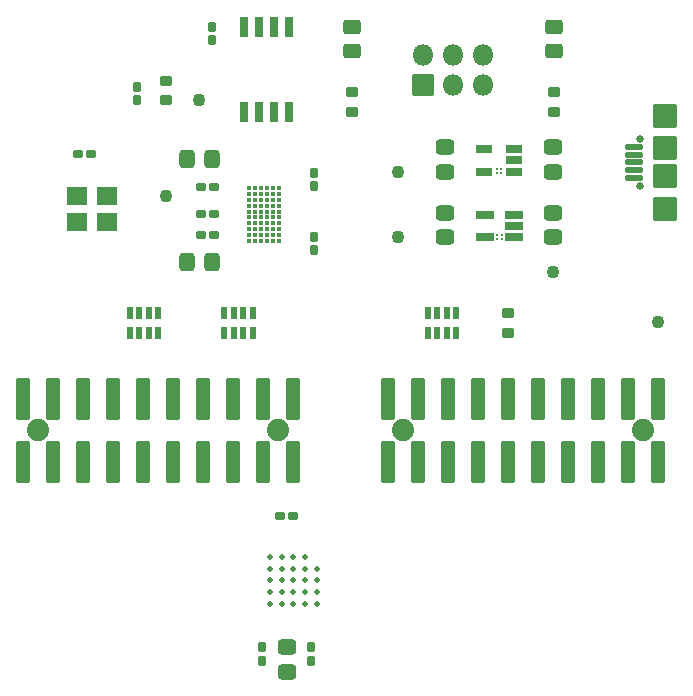
<source format=gts>
%TF.GenerationSoftware,KiCad,Pcbnew,(6.0.5)*%
%TF.CreationDate,2022-09-03T12:51:18+02:00*%
%TF.ProjectId,hyperram_asic,68797065-7272-4616-9d5f-617369632e6b,rev?*%
%TF.SameCoordinates,Original*%
%TF.FileFunction,Soldermask,Top*%
%TF.FilePolarity,Negative*%
%FSLAX46Y46*%
G04 Gerber Fmt 4.6, Leading zero omitted, Abs format (unit mm)*
G04 Created by KiCad (PCBNEW (6.0.5)) date 2022-09-03 12:51:18*
%MOMM*%
%LPD*%
G01*
G04 APERTURE LIST*
G04 Aperture macros list*
%AMRoundRect*
0 Rectangle with rounded corners*
0 $1 Rounding radius*
0 $2 $3 $4 $5 $6 $7 $8 $9 X,Y pos of 4 corners*
0 Add a 4 corners polygon primitive as box body*
4,1,4,$2,$3,$4,$5,$6,$7,$8,$9,$2,$3,0*
0 Add four circle primitives for the rounded corners*
1,1,$1+$1,$2,$3*
1,1,$1+$1,$4,$5*
1,1,$1+$1,$6,$7*
1,1,$1+$1,$8,$9*
0 Add four rect primitives between the rounded corners*
20,1,$1+$1,$2,$3,$4,$5,0*
20,1,$1+$1,$4,$5,$6,$7,0*
20,1,$1+$1,$6,$7,$8,$9,0*
20,1,$1+$1,$8,$9,$2,$3,0*%
G04 Aperture macros list end*
%ADD10RoundRect,0.050000X-0.700000X0.300000X-0.700000X-0.300000X0.700000X-0.300000X0.700000X0.300000X0*%
%ADD11RoundRect,0.050000X-0.600000X0.300000X-0.600000X-0.300000X0.600000X-0.300000X0.600000X0.300000X0*%
%ADD12RoundRect,0.250000X0.275000X-0.200000X0.275000X0.200000X-0.275000X0.200000X-0.275000X-0.200000X0*%
%ADD13RoundRect,0.205000X0.155000X-0.212500X0.155000X0.212500X-0.155000X0.212500X-0.155000X-0.212500X0*%
%ADD14RoundRect,0.205000X-0.155000X0.212500X-0.155000X-0.212500X0.155000X-0.212500X0.155000X0.212500X0*%
%ADD15RoundRect,0.300000X-0.450000X0.325000X-0.450000X-0.325000X0.450000X-0.325000X0.450000X0.325000X0*%
%ADD16C,1.100000*%
%ADD17RoundRect,0.300000X0.475000X-0.337500X0.475000X0.337500X-0.475000X0.337500X-0.475000X-0.337500X0*%
%ADD18C,0.308000*%
%ADD19RoundRect,0.250000X-0.275000X0.200000X-0.275000X-0.200000X0.275000X-0.200000X0.275000X0.200000X0*%
%ADD20RoundRect,0.300000X-0.475000X0.337500X-0.475000X-0.337500X0.475000X-0.337500X0.475000X0.337500X0*%
%ADD21O,1.800000X1.800000*%
%ADD22RoundRect,0.050000X0.850000X-0.850000X0.850000X0.850000X-0.850000X0.850000X-0.850000X-0.850000X0*%
%ADD23RoundRect,0.050000X-0.510000X-1.700000X0.510000X-1.700000X0.510000X1.700000X-0.510000X1.700000X0*%
%ADD24C,1.880000*%
%ADD25RoundRect,0.050000X0.212500X0.450000X-0.212500X0.450000X-0.212500X-0.450000X0.212500X-0.450000X0*%
%ADD26C,0.470000*%
%ADD27RoundRect,0.205000X0.212500X0.155000X-0.212500X0.155000X-0.212500X-0.155000X0.212500X-0.155000X0*%
%ADD28C,0.650000*%
%ADD29RoundRect,0.050000X0.675000X-0.200000X0.675000X0.200000X-0.675000X0.200000X-0.675000X-0.200000X0*%
%ADD30RoundRect,0.050000X0.950000X-0.950000X0.950000X0.950000X-0.950000X0.950000X-0.950000X-0.950000X0*%
%ADD31C,0.370000*%
%ADD32RoundRect,0.300000X0.337500X0.475000X-0.337500X0.475000X-0.337500X-0.475000X0.337500X-0.475000X0*%
%ADD33RoundRect,0.050000X0.800000X-0.750000X0.800000X0.750000X-0.800000X0.750000X-0.800000X-0.750000X0*%
%ADD34RoundRect,0.205000X-0.212500X-0.155000X0.212500X-0.155000X0.212500X0.155000X-0.212500X0.155000X0*%
%ADD35RoundRect,0.050000X0.325000X0.825000X-0.325000X0.825000X-0.325000X-0.825000X0.325000X-0.825000X0*%
G04 APERTURE END LIST*
D10*
%TO.C,IC6*%
X186339800Y-90332600D03*
X186339800Y-89382600D03*
X186339800Y-88432600D03*
X183839800Y-88432600D03*
X183839800Y-90332600D03*
%TD*%
D11*
%TO.C,IC5*%
X186309000Y-84759800D03*
X186309000Y-83809800D03*
X186309000Y-82859800D03*
X183809000Y-82859800D03*
X183809000Y-84759800D03*
%TD*%
D12*
%TO.C,R2*%
X172618400Y-79705200D03*
X172618400Y-78055200D03*
%TD*%
D13*
%TO.C,C15*%
X154432000Y-78740000D03*
X154432000Y-77605000D03*
%TD*%
D14*
%TO.C,C1*%
X160782000Y-72491600D03*
X160782000Y-73626600D03*
%TD*%
D15*
%TO.C,D1*%
X189687200Y-72533400D03*
X189687200Y-74583400D03*
%TD*%
D16*
%TO.C,TP2*%
X156870400Y-86868000D03*
%TD*%
D17*
%TO.C,C12*%
X189636400Y-90318500D03*
X189636400Y-88243500D03*
%TD*%
D14*
%TO.C,C7*%
X164973000Y-125035500D03*
X164973000Y-126170500D03*
%TD*%
D18*
%TO.C,IC3*%
X185264800Y-90497400D03*
X184914800Y-90497400D03*
X185264800Y-90147400D03*
X184914800Y-90147400D03*
%TD*%
D19*
%TO.C,R3*%
X185775600Y-96775000D03*
X185775600Y-98425000D03*
%TD*%
D14*
%TO.C,C5*%
X169138600Y-125035500D03*
X169138600Y-126170500D03*
%TD*%
D20*
%TO.C,C16*%
X167132000Y-125044200D03*
X167132000Y-127119200D03*
%TD*%
D21*
%TO.C,J2*%
X183657000Y-74884200D03*
X183657000Y-77424200D03*
X181117000Y-74884200D03*
X181117000Y-77424200D03*
X178577000Y-74884200D03*
D22*
X178577000Y-77424200D03*
%TD*%
D23*
%TO.C,J3*%
X144758900Y-109380000D03*
X147298900Y-109380000D03*
X149838900Y-109380000D03*
X152378900Y-109380000D03*
X154918900Y-109380000D03*
X157458900Y-109380000D03*
X159998900Y-109380000D03*
X162538900Y-109380000D03*
X165078900Y-109380000D03*
X167618900Y-109380000D03*
X144758900Y-103980000D03*
X147298900Y-103980000D03*
X149838900Y-103980000D03*
X152378900Y-103980000D03*
X154918900Y-103980000D03*
X157458900Y-103980000D03*
X159998900Y-103980000D03*
X162538900Y-103980000D03*
X165078900Y-103980000D03*
X167618900Y-103980000D03*
D24*
X146028900Y-106680000D03*
X166348900Y-106680000D03*
%TD*%
D25*
%TO.C,RN2*%
X164191800Y-96750000D03*
X163391800Y-96750000D03*
X162591800Y-96750000D03*
X161791800Y-96750000D03*
X161791800Y-98450000D03*
X162591800Y-98450000D03*
X163391800Y-98450000D03*
X164191800Y-98450000D03*
%TD*%
D12*
%TO.C,R4*%
X156870400Y-78740000D03*
X156870400Y-77090000D03*
%TD*%
D25*
%TO.C,RN1*%
X181438400Y-96750000D03*
X180638400Y-96750000D03*
X179838400Y-96750000D03*
X179038400Y-96750000D03*
X179038400Y-98450000D03*
X179838400Y-98450000D03*
X180638400Y-98450000D03*
X181438400Y-98450000D03*
%TD*%
D16*
%TO.C,TP3*%
X176530000Y-84785200D03*
%TD*%
D15*
%TO.C,D2*%
X172618400Y-72533400D03*
X172618400Y-74583400D03*
%TD*%
D26*
%TO.C,IC2*%
X169640000Y-118380000D03*
X169640000Y-119380000D03*
X169640000Y-120380000D03*
X169640000Y-121380000D03*
X168640000Y-117380000D03*
X168640000Y-118380000D03*
X168640000Y-119380000D03*
X168640000Y-120380000D03*
X168640000Y-121380000D03*
X167640000Y-117380000D03*
X167640000Y-118380000D03*
X167640000Y-119380000D03*
X167640000Y-120380000D03*
X167640000Y-121380000D03*
X166640000Y-117380000D03*
X166640000Y-118380000D03*
X166640000Y-119380000D03*
X166640000Y-120380000D03*
X166640000Y-121380000D03*
X165640000Y-117380000D03*
X165640000Y-118380000D03*
X165640000Y-119380000D03*
X165640000Y-120380000D03*
X165640000Y-121380000D03*
%TD*%
D16*
%TO.C,TP5*%
X159664400Y-78740000D03*
%TD*%
D17*
%TO.C,C13*%
X180441600Y-84775000D03*
X180441600Y-82700000D03*
%TD*%
D16*
%TO.C,TP6*%
X198475600Y-97536000D03*
%TD*%
D17*
%TO.C,C11*%
X189661800Y-84775000D03*
X189661800Y-82700000D03*
%TD*%
D27*
%TO.C,C4*%
X160943100Y-88392000D03*
X159808100Y-88392000D03*
%TD*%
D16*
%TO.C,TP4*%
X176530000Y-90322400D03*
%TD*%
D24*
%TO.C,J4*%
X176888900Y-106680000D03*
X197208900Y-106680000D03*
D23*
X198478900Y-103980000D03*
X195938900Y-103980000D03*
X193398900Y-103980000D03*
X190858900Y-103980000D03*
X188318900Y-103980000D03*
X185778900Y-103980000D03*
X183238900Y-103980000D03*
X180698900Y-103980000D03*
X178158900Y-103980000D03*
X175618900Y-103980000D03*
X198478900Y-109380000D03*
X195938900Y-109380000D03*
X193398900Y-109380000D03*
X190858900Y-109380000D03*
X188318900Y-109380000D03*
X185778900Y-109380000D03*
X183238900Y-109380000D03*
X180698900Y-109380000D03*
X178158900Y-109380000D03*
X175618900Y-109380000D03*
%TD*%
D28*
%TO.C,J1*%
X196977500Y-85972400D03*
X196977500Y-81972400D03*
D29*
X196452500Y-85272400D03*
X196452500Y-84622400D03*
X196452500Y-83972400D03*
X196452500Y-83322400D03*
X196452500Y-82672400D03*
D30*
X199127500Y-80022400D03*
X199127500Y-85172400D03*
X199127500Y-82772400D03*
X199127500Y-87922400D03*
%TD*%
D31*
%TO.C,U1*%
X163900800Y-90642000D03*
X163900800Y-90142000D03*
X163900800Y-89642000D03*
X163900800Y-89142000D03*
X163900800Y-88642000D03*
X163900800Y-88142000D03*
X163900800Y-87642000D03*
X163900800Y-87142000D03*
X163900800Y-86642000D03*
X163900800Y-86142000D03*
X164400800Y-90642000D03*
X164400800Y-90142000D03*
X164400800Y-89642000D03*
X164400800Y-89142000D03*
X164400800Y-88642000D03*
X164400800Y-88142000D03*
X164400800Y-87642000D03*
X164400800Y-87142000D03*
X164400800Y-86642000D03*
X164400800Y-86142000D03*
X164900800Y-90642000D03*
X164900800Y-90142000D03*
X164900800Y-89642000D03*
X164900800Y-89142000D03*
X164900800Y-88642000D03*
X164900800Y-88142000D03*
X164900800Y-87642000D03*
X164900800Y-87142000D03*
X164900800Y-86642000D03*
X164900800Y-86142000D03*
X165400800Y-90642000D03*
X165400800Y-90142000D03*
X165400800Y-89642000D03*
X165400800Y-89142000D03*
X165400800Y-88642000D03*
X165400800Y-88142000D03*
X165400800Y-87642000D03*
X165400800Y-87142000D03*
X165400800Y-86642000D03*
X165400800Y-86142000D03*
X165900800Y-90642000D03*
X165900800Y-90142000D03*
X165900800Y-89642000D03*
X165900800Y-89142000D03*
X165900800Y-88642000D03*
X165900800Y-88142000D03*
X165900800Y-87642000D03*
X165900800Y-87142000D03*
X165900800Y-86642000D03*
X165900800Y-86142000D03*
X166400800Y-90642000D03*
X166400800Y-90142000D03*
X166400800Y-89642000D03*
X166400800Y-89142000D03*
X166400800Y-88642000D03*
X166400800Y-88142000D03*
X166400800Y-87642000D03*
X166400800Y-87142000D03*
X166400800Y-86642000D03*
X166400800Y-86142000D03*
%TD*%
D13*
%TO.C,C2*%
X169367200Y-85987700D03*
X169367200Y-84852700D03*
%TD*%
D25*
%TO.C,RN3*%
X156194100Y-96750000D03*
X155394100Y-96750000D03*
X154594100Y-96750000D03*
X153794100Y-96750000D03*
X153794100Y-98450000D03*
X154594100Y-98450000D03*
X155394100Y-98450000D03*
X156194100Y-98450000D03*
%TD*%
D32*
%TO.C,C17*%
X160727300Y-92405200D03*
X158652300Y-92405200D03*
%TD*%
D12*
%TO.C,R1*%
X189687200Y-79705200D03*
X189687200Y-78055200D03*
%TD*%
D17*
%TO.C,C14*%
X180441600Y-90318500D03*
X180441600Y-88243500D03*
%TD*%
D32*
%TO.C,C18*%
X160731200Y-83718400D03*
X158656200Y-83718400D03*
%TD*%
D14*
%TO.C,C8*%
X169367200Y-90297000D03*
X169367200Y-91432000D03*
%TD*%
D33*
%TO.C,Y1*%
X149352000Y-86834800D03*
X151892000Y-86834800D03*
X151892000Y-89034800D03*
X149352000Y-89034800D03*
%TD*%
D27*
%TO.C,C6*%
X159808100Y-86106000D03*
X160943100Y-86106000D03*
%TD*%
D34*
%TO.C,C3*%
X149402800Y-83312000D03*
X150537800Y-83312000D03*
%TD*%
D16*
%TO.C,TP1*%
X189636400Y-93243400D03*
%TD*%
D18*
%TO.C,IC4*%
X185214000Y-84914400D03*
X184864000Y-84914400D03*
X185214000Y-84564400D03*
X184864000Y-84564400D03*
%TD*%
D27*
%TO.C,C10*%
X159808100Y-90170000D03*
X160943100Y-90170000D03*
%TD*%
D35*
%TO.C,IC1*%
X163474400Y-79698400D03*
X164744400Y-79698400D03*
X166014400Y-79698400D03*
X167284400Y-79698400D03*
X167284400Y-72498400D03*
X166014400Y-72498400D03*
X164744400Y-72498400D03*
X163474400Y-72498400D03*
%TD*%
D34*
%TO.C,C9*%
X166505000Y-113893600D03*
X167640000Y-113893600D03*
%TD*%
M02*

</source>
